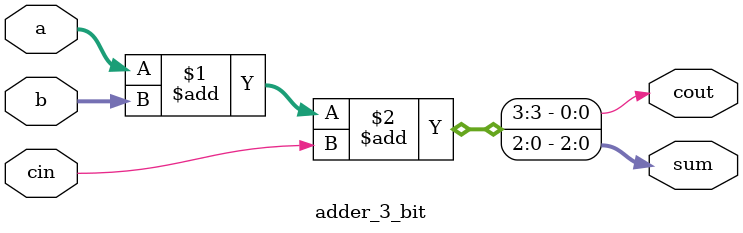
<source format=v>
module adder_3_bit (cout,sum,a,b,cin);
	input[2:0] a,b;
	input cin;
	
	output cout;
	output[2:0] sum;
	
	assign {cout,sum}=a+b+cin;

endmodule

</source>
